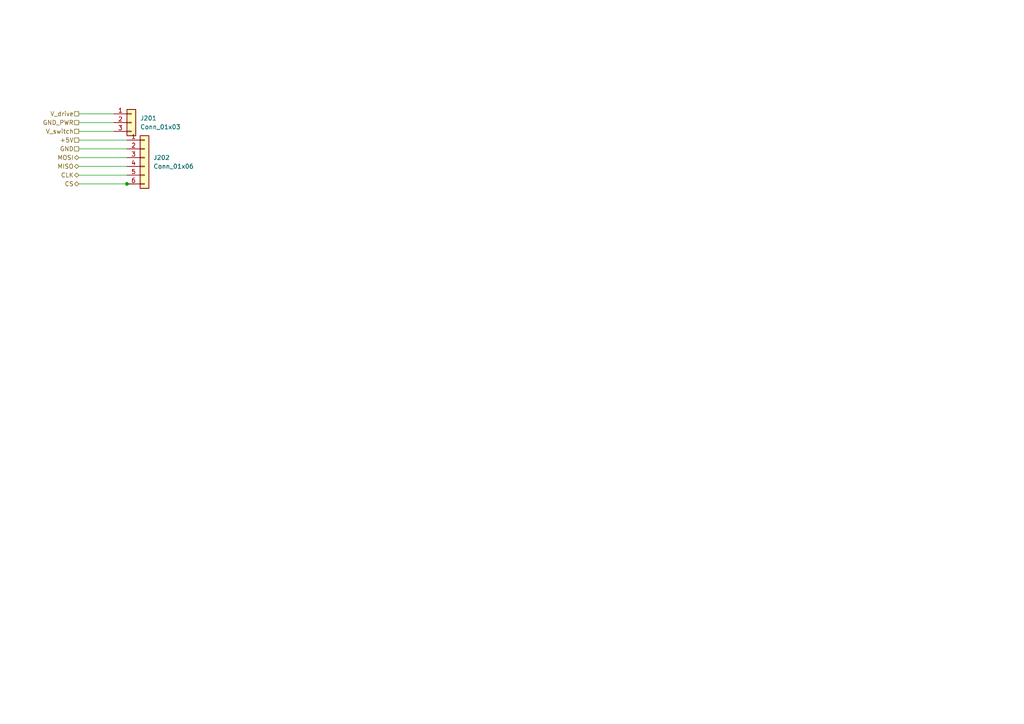
<source format=kicad_sch>
(kicad_sch
	(version 20231120)
	(generator "eeschema")
	(generator_version "8.0")
	(uuid "95f1cf14-97ed-41d4-ab95-9d7512d0a118")
	(paper "A4")
	(lib_symbols
		(symbol "Connector_Generic:Conn_01x03"
			(pin_names
				(offset 1.016) hide)
			(exclude_from_sim no)
			(in_bom yes)
			(on_board yes)
			(property "Reference" "J"
				(at 0 5.08 0)
				(effects
					(font
						(size 1.27 1.27)
					)
				)
			)
			(property "Value" "Conn_01x03"
				(at 0 -5.08 0)
				(effects
					(font
						(size 1.27 1.27)
					)
				)
			)
			(property "Footprint" ""
				(at 0 0 0)
				(effects
					(font
						(size 1.27 1.27)
					)
					(hide yes)
				)
			)
			(property "Datasheet" "~"
				(at 0 0 0)
				(effects
					(font
						(size 1.27 1.27)
					)
					(hide yes)
				)
			)
			(property "Description" "Generic connector, single row, 01x03, script generated (kicad-library-utils/schlib/autogen/connector/)"
				(at 0 0 0)
				(effects
					(font
						(size 1.27 1.27)
					)
					(hide yes)
				)
			)
			(property "ki_keywords" "connector"
				(at 0 0 0)
				(effects
					(font
						(size 1.27 1.27)
					)
					(hide yes)
				)
			)
			(property "ki_fp_filters" "Connector*:*_1x??_*"
				(at 0 0 0)
				(effects
					(font
						(size 1.27 1.27)
					)
					(hide yes)
				)
			)
			(symbol "Conn_01x03_1_1"
				(rectangle
					(start -1.27 -2.413)
					(end 0 -2.667)
					(stroke
						(width 0.1524)
						(type default)
					)
					(fill
						(type none)
					)
				)
				(rectangle
					(start -1.27 0.127)
					(end 0 -0.127)
					(stroke
						(width 0.1524)
						(type default)
					)
					(fill
						(type none)
					)
				)
				(rectangle
					(start -1.27 2.667)
					(end 0 2.413)
					(stroke
						(width 0.1524)
						(type default)
					)
					(fill
						(type none)
					)
				)
				(rectangle
					(start -1.27 3.81)
					(end 1.27 -3.81)
					(stroke
						(width 0.254)
						(type default)
					)
					(fill
						(type background)
					)
				)
				(pin passive line
					(at -5.08 2.54 0)
					(length 3.81)
					(name "Pin_1"
						(effects
							(font
								(size 1.27 1.27)
							)
						)
					)
					(number "1"
						(effects
							(font
								(size 1.27 1.27)
							)
						)
					)
				)
				(pin passive line
					(at -5.08 0 0)
					(length 3.81)
					(name "Pin_2"
						(effects
							(font
								(size 1.27 1.27)
							)
						)
					)
					(number "2"
						(effects
							(font
								(size 1.27 1.27)
							)
						)
					)
				)
				(pin passive line
					(at -5.08 -2.54 0)
					(length 3.81)
					(name "Pin_3"
						(effects
							(font
								(size 1.27 1.27)
							)
						)
					)
					(number "3"
						(effects
							(font
								(size 1.27 1.27)
							)
						)
					)
				)
			)
		)
		(symbol "Connector_Generic:Conn_01x06"
			(pin_names
				(offset 1.016) hide)
			(exclude_from_sim no)
			(in_bom yes)
			(on_board yes)
			(property "Reference" "J"
				(at 0 7.62 0)
				(effects
					(font
						(size 1.27 1.27)
					)
				)
			)
			(property "Value" "Conn_01x06"
				(at 0 -10.16 0)
				(effects
					(font
						(size 1.27 1.27)
					)
				)
			)
			(property "Footprint" ""
				(at 0 0 0)
				(effects
					(font
						(size 1.27 1.27)
					)
					(hide yes)
				)
			)
			(property "Datasheet" "~"
				(at 0 0 0)
				(effects
					(font
						(size 1.27 1.27)
					)
					(hide yes)
				)
			)
			(property "Description" "Generic connector, single row, 01x06, script generated (kicad-library-utils/schlib/autogen/connector/)"
				(at 0 0 0)
				(effects
					(font
						(size 1.27 1.27)
					)
					(hide yes)
				)
			)
			(property "ki_keywords" "connector"
				(at 0 0 0)
				(effects
					(font
						(size 1.27 1.27)
					)
					(hide yes)
				)
			)
			(property "ki_fp_filters" "Connector*:*_1x??_*"
				(at 0 0 0)
				(effects
					(font
						(size 1.27 1.27)
					)
					(hide yes)
				)
			)
			(symbol "Conn_01x06_1_1"
				(rectangle
					(start -1.27 -7.493)
					(end 0 -7.747)
					(stroke
						(width 0.1524)
						(type default)
					)
					(fill
						(type none)
					)
				)
				(rectangle
					(start -1.27 -4.953)
					(end 0 -5.207)
					(stroke
						(width 0.1524)
						(type default)
					)
					(fill
						(type none)
					)
				)
				(rectangle
					(start -1.27 -2.413)
					(end 0 -2.667)
					(stroke
						(width 0.1524)
						(type default)
					)
					(fill
						(type none)
					)
				)
				(rectangle
					(start -1.27 0.127)
					(end 0 -0.127)
					(stroke
						(width 0.1524)
						(type default)
					)
					(fill
						(type none)
					)
				)
				(rectangle
					(start -1.27 2.667)
					(end 0 2.413)
					(stroke
						(width 0.1524)
						(type default)
					)
					(fill
						(type none)
					)
				)
				(rectangle
					(start -1.27 5.207)
					(end 0 4.953)
					(stroke
						(width 0.1524)
						(type default)
					)
					(fill
						(type none)
					)
				)
				(rectangle
					(start -1.27 6.35)
					(end 1.27 -8.89)
					(stroke
						(width 0.254)
						(type default)
					)
					(fill
						(type background)
					)
				)
				(pin passive line
					(at -5.08 5.08 0)
					(length 3.81)
					(name "Pin_1"
						(effects
							(font
								(size 1.27 1.27)
							)
						)
					)
					(number "1"
						(effects
							(font
								(size 1.27 1.27)
							)
						)
					)
				)
				(pin passive line
					(at -5.08 2.54 0)
					(length 3.81)
					(name "Pin_2"
						(effects
							(font
								(size 1.27 1.27)
							)
						)
					)
					(number "2"
						(effects
							(font
								(size 1.27 1.27)
							)
						)
					)
				)
				(pin passive line
					(at -5.08 0 0)
					(length 3.81)
					(name "Pin_3"
						(effects
							(font
								(size 1.27 1.27)
							)
						)
					)
					(number "3"
						(effects
							(font
								(size 1.27 1.27)
							)
						)
					)
				)
				(pin passive line
					(at -5.08 -2.54 0)
					(length 3.81)
					(name "Pin_4"
						(effects
							(font
								(size 1.27 1.27)
							)
						)
					)
					(number "4"
						(effects
							(font
								(size 1.27 1.27)
							)
						)
					)
				)
				(pin passive line
					(at -5.08 -5.08 0)
					(length 3.81)
					(name "Pin_5"
						(effects
							(font
								(size 1.27 1.27)
							)
						)
					)
					(number "5"
						(effects
							(font
								(size 1.27 1.27)
							)
						)
					)
				)
				(pin passive line
					(at -5.08 -7.62 0)
					(length 3.81)
					(name "Pin_6"
						(effects
							(font
								(size 1.27 1.27)
							)
						)
					)
					(number "6"
						(effects
							(font
								(size 1.27 1.27)
							)
						)
					)
				)
			)
		)
	)
	(junction
		(at 36.83 53.34)
		(diameter 0)
		(color 0 0 0 0)
		(uuid "bfb0eef1-85bb-4b0b-a5bf-10e8b14a25b0")
	)
	(wire
		(pts
			(xy 22.86 33.02) (xy 33.02 33.02)
		)
		(stroke
			(width 0)
			(type default)
		)
		(uuid "4245b04d-034e-46b2-9e5d-61432e368669")
	)
	(wire
		(pts
			(xy 22.86 35.56) (xy 33.02 35.56)
		)
		(stroke
			(width 0)
			(type default)
		)
		(uuid "44017458-8c8b-4135-b05e-6016053024c1")
	)
	(wire
		(pts
			(xy 22.86 40.64) (xy 36.83 40.64)
		)
		(stroke
			(width 0)
			(type default)
		)
		(uuid "567c3d4a-3dcc-4372-a172-cef1688f0914")
	)
	(wire
		(pts
			(xy 22.86 45.72) (xy 36.83 45.72)
		)
		(stroke
			(width 0)
			(type default)
		)
		(uuid "88e8db83-c611-4385-bf15-4275001c9bd1")
	)
	(wire
		(pts
			(xy 22.86 48.26) (xy 36.83 48.26)
		)
		(stroke
			(width 0)
			(type default)
		)
		(uuid "9332e0f0-e303-4c24-924d-7ce709c0e85b")
	)
	(wire
		(pts
			(xy 22.86 53.34) (xy 36.83 53.34)
		)
		(stroke
			(width 0)
			(type default)
		)
		(uuid "c6959a5c-a7d1-4b79-9159-11c49fdf79eb")
	)
	(wire
		(pts
			(xy 22.86 43.18) (xy 36.83 43.18)
		)
		(stroke
			(width 0)
			(type default)
		)
		(uuid "c6c10f5e-e6f5-4c86-8202-d2d8d561bb68")
	)
	(wire
		(pts
			(xy 22.86 50.8) (xy 36.83 50.8)
		)
		(stroke
			(width 0)
			(type default)
		)
		(uuid "cb87b4a1-4605-41c9-a2c9-c85c8c093ca8")
	)
	(wire
		(pts
			(xy 36.83 53.34) (xy 39.37 53.34)
		)
		(stroke
			(width 0)
			(type default)
		)
		(uuid "d760860b-1a09-4e53-bb79-df4a729948a6")
	)
	(wire
		(pts
			(xy 22.86 38.1) (xy 33.02 38.1)
		)
		(stroke
			(width 0)
			(type default)
		)
		(uuid "ea24c50d-ffec-491f-80e2-296e0e269670")
	)
	(hierarchical_label "V_switch"
		(shape passive)
		(at 22.86 38.1 180)
		(fields_autoplaced yes)
		(effects
			(font
				(size 1.27 1.27)
			)
			(justify right)
		)
		(uuid "0ebf7d56-98e9-4fef-9c6d-dc62dacabbf5")
	)
	(hierarchical_label "GND"
		(shape passive)
		(at 22.86 43.18 180)
		(fields_autoplaced yes)
		(effects
			(font
				(size 1.27 1.27)
			)
			(justify right)
		)
		(uuid "590ac9aa-1c33-4486-9d46-8085301b0046")
	)
	(hierarchical_label "V_drive"
		(shape passive)
		(at 22.86 33.02 180)
		(fields_autoplaced yes)
		(effects
			(font
				(size 1.27 1.27)
			)
			(justify right)
		)
		(uuid "5f26148c-e9db-426d-ab55-9483cb70e8e8")
	)
	(hierarchical_label "CS"
		(shape bidirectional)
		(at 22.86 53.34 180)
		(fields_autoplaced yes)
		(effects
			(font
				(size 1.27 1.27)
			)
			(justify right)
		)
		(uuid "60914ef9-099a-4de9-9686-e1dbedd6ba5d")
	)
	(hierarchical_label "+5V"
		(shape passive)
		(at 22.86 40.64 180)
		(fields_autoplaced yes)
		(effects
			(font
				(size 1.27 1.27)
			)
			(justify right)
		)
		(uuid "6dedb099-8fd9-4248-92b5-1479ce0b8b03")
	)
	(hierarchical_label "MISO"
		(shape bidirectional)
		(at 22.86 48.26 180)
		(fields_autoplaced yes)
		(effects
			(font
				(size 1.27 1.27)
			)
			(justify right)
		)
		(uuid "7bdd94c9-aa1d-44d1-81d1-22cab9249846")
	)
	(hierarchical_label "GND_PWR"
		(shape passive)
		(at 22.86 35.56 180)
		(fields_autoplaced yes)
		(effects
			(font
				(size 1.27 1.27)
			)
			(justify right)
		)
		(uuid "b210ed7b-92cf-46f7-a95c-f3c2f38aa64a")
	)
	(hierarchical_label "CLK"
		(shape bidirectional)
		(at 22.86 50.8 180)
		(fields_autoplaced yes)
		(effects
			(font
				(size 1.27 1.27)
			)
			(justify right)
		)
		(uuid "b7b198e9-9400-486a-91a4-41e982a638c0")
	)
	(hierarchical_label "MOSI"
		(shape bidirectional)
		(at 22.86 45.72 180)
		(fields_autoplaced yes)
		(effects
			(font
				(size 1.27 1.27)
			)
			(justify right)
		)
		(uuid "f2ac3a7b-4d28-4f7c-ae2d-9814c7c04862")
	)
	(symbol
		(lib_id "Connector_Generic:Conn_01x06")
		(at 41.91 45.72 0)
		(unit 1)
		(exclude_from_sim no)
		(in_bom yes)
		(on_board yes)
		(dnp no)
		(fields_autoplaced yes)
		(uuid "8bf1fc66-48fd-4afa-b7b3-b32cd75d9e06")
		(property "Reference" "J202"
			(at 44.45 45.7199 0)
			(effects
				(font
					(size 1.27 1.27)
				)
				(justify left)
			)
		)
		(property "Value" "Conn_01x06"
			(at 44.45 48.2599 0)
			(effects
				(font
					(size 1.27 1.27)
				)
				(justify left)
			)
		)
		(property "Footprint" "TerminalBlock_4Ucon:TerminalBlock_4Ucon_1x06_P3.50mm_Vertical"
			(at 41.91 45.72 0)
			(effects
				(font
					(size 1.27 1.27)
				)
				(hide yes)
			)
		)
		(property "Datasheet" "~"
			(at 41.91 45.72 0)
			(effects
				(font
					(size 1.27 1.27)
				)
				(hide yes)
			)
		)
		(property "Description" "Generic connector, single row, 01x06, script generated (kicad-library-utils/schlib/autogen/connector/)"
			(at 41.91 45.72 0)
			(effects
				(font
					(size 1.27 1.27)
				)
				(hide yes)
			)
		)
		(property "LCSC" "C976560"
			(at 41.91 45.72 0)
			(effects
				(font
					(size 1.27 1.27)
				)
				(hide yes)
			)
		)
		(pin "1"
			(uuid "5b740fd5-0c5e-4cf6-843d-28383bb26a8e")
		)
		(pin "5"
			(uuid "0d6c4b0f-0798-47cf-8a26-90219181a755")
		)
		(pin "4"
			(uuid "38e03e29-da63-424a-9587-8e1e194ebfaf")
		)
		(pin "6"
			(uuid "057fac05-1bb4-4277-8093-2cdeae94c200")
		)
		(pin "3"
			(uuid "505ba5d1-9dc9-4c53-9acf-ff894fee6801")
		)
		(pin "2"
			(uuid "9835f85a-6719-4379-9a0f-71c0fc36be59")
		)
		(instances
			(project ""
				(path "/c259a07e-8f4f-4615-b83b-62a2ab9710e5/1583c21f-7139-4258-a779-0810f2990094"
					(reference "J202")
					(unit 1)
				)
				(path "/c259a07e-8f4f-4615-b83b-62a2ab9710e5/848db9d7-01a9-412a-af9c-536e25f0a80c"
					(reference "J1102")
					(unit 1)
				)
			)
		)
	)
	(symbol
		(lib_id "Connector_Generic:Conn_01x03")
		(at 38.1 35.56 0)
		(unit 1)
		(exclude_from_sim no)
		(in_bom yes)
		(on_board yes)
		(dnp no)
		(fields_autoplaced yes)
		(uuid "f91c4d46-c9c8-48e0-a793-12c8542f538d")
		(property "Reference" "J201"
			(at 40.64 34.2899 0)
			(effects
				(font
					(size 1.27 1.27)
				)
				(justify left)
			)
		)
		(property "Value" "Conn_01x03"
			(at 40.64 36.8299 0)
			(effects
				(font
					(size 1.27 1.27)
				)
				(justify left)
			)
		)
		(property "Footprint" "TerminalBlock_4Ucon:TerminalBlock_4Ucon_1x03_P3.50mm_Vertical"
			(at 38.1 35.56 0)
			(effects
				(font
					(size 1.27 1.27)
				)
				(hide yes)
			)
		)
		(property "Datasheet" "~"
			(at 38.1 35.56 0)
			(effects
				(font
					(size 1.27 1.27)
				)
				(hide yes)
			)
		)
		(property "Description" "Generic connector, single row, 01x03, script generated (kicad-library-utils/schlib/autogen/connector/)"
			(at 38.1 35.56 0)
			(effects
				(font
					(size 1.27 1.27)
				)
				(hide yes)
			)
		)
		(property "LCSC" "C976557"
			(at 38.1 35.56 0)
			(effects
				(font
					(size 1.27 1.27)
				)
				(hide yes)
			)
		)
		(pin "2"
			(uuid "72d74abc-b7d8-4d2b-9c1e-73468698c67c")
		)
		(pin "3"
			(uuid "b086a2f1-8bf1-44ac-b275-82adb19311a9")
		)
		(pin "1"
			(uuid "d56fa2ee-420f-4c5d-bdfe-84c0b1bbcd52")
		)
		(instances
			(project ""
				(path "/c259a07e-8f4f-4615-b83b-62a2ab9710e5/1583c21f-7139-4258-a779-0810f2990094"
					(reference "J201")
					(unit 1)
				)
				(path "/c259a07e-8f4f-4615-b83b-62a2ab9710e5/848db9d7-01a9-412a-af9c-536e25f0a80c"
					(reference "J1101")
					(unit 1)
				)
			)
		)
	)
)

</source>
